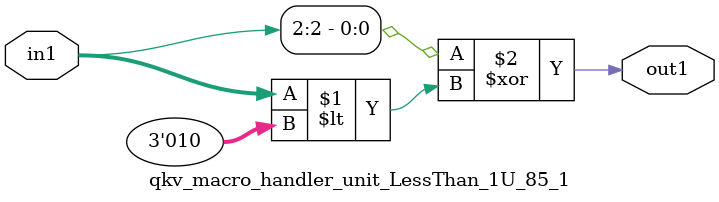
<source format=v>

`timescale 1ps / 1ps


module qkv_macro_handler_unit_LessThan_1U_85_1( in1, out1 );

    input [2:0] in1;
    output out1;

    
    // rtl_process:qkv_macro_handler_hub_LessThan_1U_68_1/qkv_macro_handler_hub_LessThan_1U_68_1_thread_1
    assign out1 = (in1[2] ^ in1 < 3'd2);

endmodule





</source>
